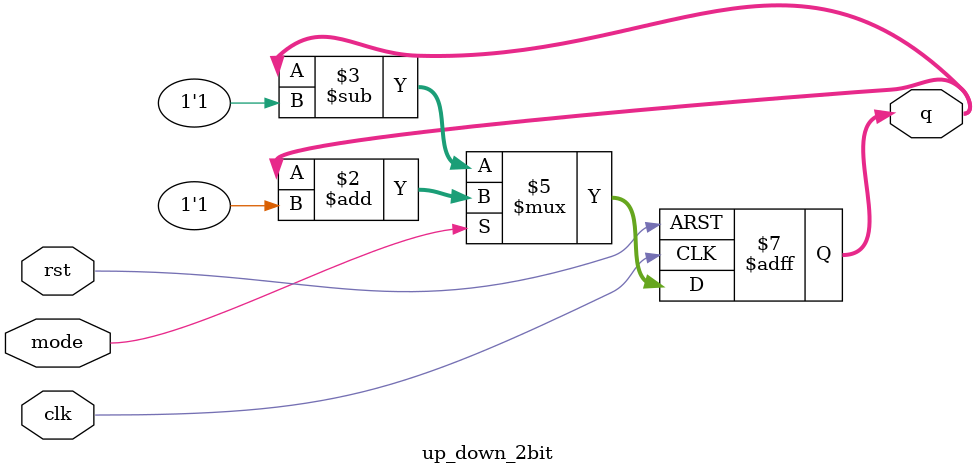
<source format=v>
`timescale 1ns / 1ps


module up_down_2bit(input clk,input rst,input mode,output reg [1:0]q);
always@(posedge clk or posedge rst)
 begin
   if(rst)
     q<= 2'b00;
   else if(mode)
     q <= q + 1'b1;
    else
      q<= q - 1'b1;
 end
endmodule        


</source>
